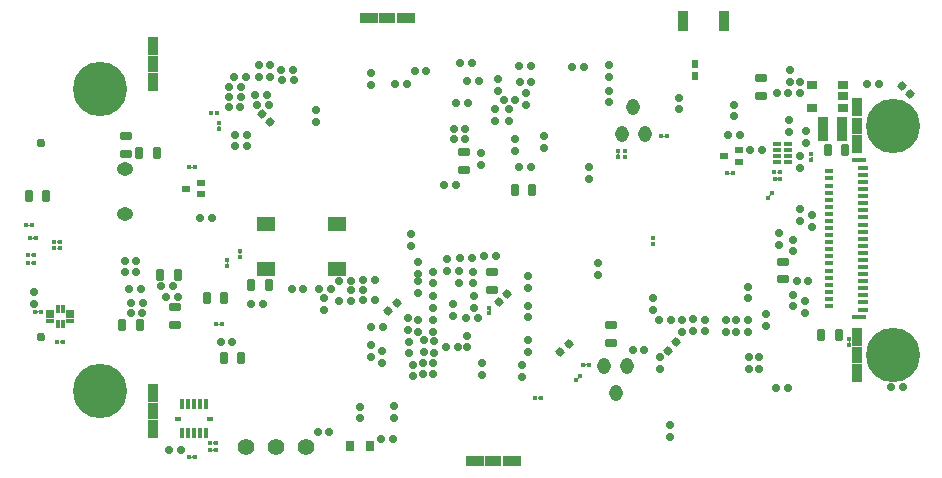
<source format=gbs>
G04*
G04 #@! TF.GenerationSoftware,Altium Limited,Altium Designer,22.2.1 (43)*
G04*
G04 Layer_Color=16711935*
%FSLAX25Y25*%
%MOIN*%
G70*
G04*
G04 #@! TF.SameCoordinates,6C9F7B6B-14DB-4A3D-A1FA-6D2C2168172C*
G04*
G04*
G04 #@! TF.FilePolarity,Negative*
G04*
G01*
G75*
%ADD73C,0.00800*%
%ADD74R,0.03543X0.05906*%
%ADD75R,0.03543X0.05315*%
%ADD76R,0.05906X0.03543*%
%ADD77R,0.05315X0.03543*%
G04:AMPARAMS|DCode=78|XSize=27.56mil|YSize=23.62mil|CornerRadius=5.91mil|HoleSize=0mil|Usage=FLASHONLY|Rotation=0.000|XOffset=0mil|YOffset=0mil|HoleType=Round|Shape=RoundedRectangle|*
%AMROUNDEDRECTD78*
21,1,0.02756,0.01181,0,0,0.0*
21,1,0.01575,0.02362,0,0,0.0*
1,1,0.01181,0.00787,-0.00591*
1,1,0.01181,-0.00787,-0.00591*
1,1,0.01181,-0.00787,0.00591*
1,1,0.01181,0.00787,0.00591*
%
%ADD78ROUNDEDRECTD78*%
G04:AMPARAMS|DCode=81|XSize=27.56mil|YSize=23.62mil|CornerRadius=5.91mil|HoleSize=0mil|Usage=FLASHONLY|Rotation=90.000|XOffset=0mil|YOffset=0mil|HoleType=Round|Shape=RoundedRectangle|*
%AMROUNDEDRECTD81*
21,1,0.02756,0.01181,0,0,90.0*
21,1,0.01575,0.02362,0,0,90.0*
1,1,0.01181,0.00591,0.00787*
1,1,0.01181,0.00591,-0.00787*
1,1,0.01181,-0.00591,-0.00787*
1,1,0.01181,-0.00591,0.00787*
%
%ADD81ROUNDEDRECTD81*%
G04:AMPARAMS|DCode=82|XSize=16mil|YSize=16mil|CornerRadius=4.25mil|HoleSize=0mil|Usage=FLASHONLY|Rotation=0.000|XOffset=0mil|YOffset=0mil|HoleType=Round|Shape=RoundedRectangle|*
%AMROUNDEDRECTD82*
21,1,0.01600,0.00750,0,0,0.0*
21,1,0.00750,0.01600,0,0,0.0*
1,1,0.00850,0.00375,-0.00375*
1,1,0.00850,-0.00375,-0.00375*
1,1,0.00850,-0.00375,0.00375*
1,1,0.00850,0.00375,0.00375*
%
%ADD82ROUNDEDRECTD82*%
%ADD103R,0.02362X0.02756*%
%ADD112R,0.04921X0.01575*%
%ADD113R,0.03543X0.01575*%
%ADD114R,0.02953X0.01575*%
G04:AMPARAMS|DCode=115|XSize=16mil|YSize=16mil|CornerRadius=4.25mil|HoleSize=0mil|Usage=FLASHONLY|Rotation=90.000|XOffset=0mil|YOffset=0mil|HoleType=Round|Shape=RoundedRectangle|*
%AMROUNDEDRECTD115*
21,1,0.01600,0.00750,0,0,90.0*
21,1,0.00750,0.01600,0,0,90.0*
1,1,0.00850,0.00375,0.00375*
1,1,0.00850,0.00375,-0.00375*
1,1,0.00850,-0.00375,-0.00375*
1,1,0.00850,-0.00375,0.00375*
%
%ADD115ROUNDEDRECTD115*%
G04:AMPARAMS|DCode=116|XSize=39.37mil|YSize=27.56mil|CornerRadius=6.69mil|HoleSize=0mil|Usage=FLASHONLY|Rotation=180.000|XOffset=0mil|YOffset=0mil|HoleType=Round|Shape=RoundedRectangle|*
%AMROUNDEDRECTD116*
21,1,0.03937,0.01417,0,0,180.0*
21,1,0.02598,0.02756,0,0,180.0*
1,1,0.01339,-0.01299,0.00709*
1,1,0.01339,0.01299,0.00709*
1,1,0.01339,0.01299,-0.00709*
1,1,0.01339,-0.01299,-0.00709*
%
%ADD116ROUNDEDRECTD116*%
G04:AMPARAMS|DCode=117|XSize=39.37mil|YSize=27.56mil|CornerRadius=6.69mil|HoleSize=0mil|Usage=FLASHONLY|Rotation=270.000|XOffset=0mil|YOffset=0mil|HoleType=Round|Shape=RoundedRectangle|*
%AMROUNDEDRECTD117*
21,1,0.03937,0.01417,0,0,270.0*
21,1,0.02598,0.02756,0,0,270.0*
1,1,0.01339,-0.00709,-0.01299*
1,1,0.01339,-0.00709,0.01299*
1,1,0.01339,0.00709,0.01299*
1,1,0.01339,0.00709,-0.01299*
%
%ADD117ROUNDEDRECTD117*%
G04:AMPARAMS|DCode=118|XSize=27.56mil|YSize=23.62mil|CornerRadius=5.91mil|HoleSize=0mil|Usage=FLASHONLY|Rotation=45.000|XOffset=0mil|YOffset=0mil|HoleType=Round|Shape=RoundedRectangle|*
%AMROUNDEDRECTD118*
21,1,0.02756,0.01181,0,0,45.0*
21,1,0.01575,0.02362,0,0,45.0*
1,1,0.01181,0.00974,0.00139*
1,1,0.01181,-0.00139,-0.00974*
1,1,0.01181,-0.00974,-0.00139*
1,1,0.01181,0.00139,0.00974*
%
%ADD118ROUNDEDRECTD118*%
%ADD120R,0.03740X0.08268*%
%ADD123C,0.18110*%
%ADD124C,0.05512*%
%ADD125C,0.03032*%
G04:AMPARAMS|DCode=167|XSize=27.56mil|YSize=23.62mil|CornerRadius=5.91mil|HoleSize=0mil|Usage=FLASHONLY|Rotation=315.000|XOffset=0mil|YOffset=0mil|HoleType=Round|Shape=RoundedRectangle|*
%AMROUNDEDRECTD167*
21,1,0.02756,0.01181,0,0,315.0*
21,1,0.01575,0.02362,0,0,315.0*
1,1,0.01181,0.00139,-0.00974*
1,1,0.01181,-0.00974,0.00139*
1,1,0.01181,-0.00139,0.00974*
1,1,0.01181,0.00974,-0.00139*
%
%ADD167ROUNDEDRECTD167*%
%ADD168O,0.04394X0.05394*%
%ADD169R,0.02756X0.02363*%
G04:AMPARAMS|DCode=170|XSize=16mil|YSize=16mil|CornerRadius=4.25mil|HoleSize=0mil|Usage=FLASHONLY|Rotation=225.000|XOffset=0mil|YOffset=0mil|HoleType=Round|Shape=RoundedRectangle|*
%AMROUNDEDRECTD170*
21,1,0.01600,0.00750,0,0,225.0*
21,1,0.00750,0.01600,0,0,225.0*
1,1,0.00850,-0.00530,0.00000*
1,1,0.00850,0.00000,0.00530*
1,1,0.00850,0.00530,0.00000*
1,1,0.00850,0.00000,-0.00530*
%
%ADD170ROUNDEDRECTD170*%
%ADD171R,0.02618X0.01181*%
%ADD172R,0.01378X0.03642*%
%ADD173R,0.02264X0.01575*%
%ADD174R,0.06300X0.04528*%
%ADD175R,0.03544X0.02756*%
%ADD176R,0.02610X0.01260*%
%ADD177R,0.01260X0.02610*%
%ADD178R,0.01260X0.03004*%
%ADD179R,0.02756X0.03543*%
%ADD180R,0.03543X0.06693*%
%ADD181O,0.05394X0.04394*%
D73*
X78610Y50714D02*
G03*
X78610Y50714I-100J0D01*
G01*
X185051Y26299D02*
G03*
X185051Y26299I-100J0D01*
G01*
X226960Y113380D02*
G03*
X226960Y113380I-100J0D01*
G01*
X69520Y103080D02*
G03*
X69520Y103080I-100J0D01*
G01*
X211600Y107580D02*
G03*
X211600Y107580I-100J0D01*
G01*
X198400Y32780D02*
G03*
X198400Y32780I-100J0D01*
G01*
X200880Y37220D02*
G03*
X200880Y37220I-100J0D01*
G01*
X276073Y106381D02*
G03*
X276073Y106381I-100J0D01*
G01*
X248980Y101040D02*
G03*
X248980Y101040I-100J0D01*
G01*
X15218Y83788D02*
G03*
X15218Y83788I-100J0D01*
G01*
X15966Y73898D02*
G03*
X15966Y73898I-100J0D01*
G01*
X16196Y71339D02*
G03*
X16196Y71339I-100J0D01*
G01*
X24836Y76041D02*
G03*
X24836Y76041I-100J0D01*
G01*
X16635Y79488D02*
G03*
X16635Y79488I-100J0D01*
G01*
X24757Y78246D02*
G03*
X24757Y78246I-100J0D01*
G01*
X69620Y6580D02*
G03*
X69620Y6580I-100J0D01*
G01*
X76700Y8715D02*
G03*
X76700Y8715I-100J0D01*
G01*
Y11080D02*
G03*
X76700Y11080I-100J0D01*
G01*
X168802Y55297D02*
G03*
X168802Y55297I-100J0D01*
G01*
X288643Y44921D02*
G03*
X288643Y44921I-100J0D01*
G01*
X25809Y44961D02*
G03*
X25809Y44961I-100J0D01*
G01*
X262305Y93740D02*
G03*
X262305Y93740I-100J0D01*
G01*
X18132Y54961D02*
G03*
X18132Y54961I-100J0D01*
G01*
X78565Y116783D02*
G03*
X78565Y116783I-100J0D01*
G01*
X264869Y99213D02*
G03*
X264869Y99213I-100J0D01*
G01*
X264864Y101378D02*
G03*
X264864Y101378I-100J0D01*
G01*
X85614Y74410D02*
G03*
X85614Y74410I-100J0D01*
G01*
X81399Y71339D02*
G03*
X81399Y71339I-100J0D01*
G01*
D74*
X56520Y131378D02*
D03*
Y143622D02*
D03*
X56520Y15764D02*
D03*
Y28008D02*
D03*
X291339Y34429D02*
D03*
Y46673D02*
D03*
Y110807D02*
D03*
Y123051D02*
D03*
D75*
X56520Y137500D02*
D03*
X56520Y21886D02*
D03*
X291339Y40551D02*
D03*
Y116929D02*
D03*
D76*
X176161Y5098D02*
D03*
X163917D02*
D03*
X140740Y152980D02*
D03*
X128496D02*
D03*
D77*
X170039Y5098D02*
D03*
X134618Y152980D02*
D03*
D78*
X150001Y52106D02*
D03*
Y48169D02*
D03*
X260975Y54213D02*
D03*
X255050Y39732D02*
D03*
X258672Y39771D02*
D03*
X223110Y55471D02*
D03*
X181575Y45415D02*
D03*
X268448Y114764D02*
D03*
Y118701D02*
D03*
X272355Y102906D02*
D03*
Y106843D02*
D03*
X181391Y56966D02*
D03*
X204820Y67301D02*
D03*
X247389Y48307D02*
D03*
X240669Y48386D02*
D03*
X236693Y48465D02*
D03*
X255039Y48346D02*
D03*
X250995Y48307D02*
D03*
X225590Y39724D02*
D03*
Y35787D02*
D03*
X265158Y77284D02*
D03*
Y81221D02*
D03*
X273727Y54616D02*
D03*
Y58553D02*
D03*
X254894Y63307D02*
D03*
Y59370D02*
D03*
X270000Y75079D02*
D03*
Y79016D02*
D03*
X181575Y41478D02*
D03*
X161334Y43027D02*
D03*
Y46964D02*
D03*
X250276Y123976D02*
D03*
Y120039D02*
D03*
X272173Y85203D02*
D03*
Y89140D02*
D03*
X276299Y83234D02*
D03*
Y87171D02*
D03*
X113591Y59434D02*
D03*
Y55497D02*
D03*
X125601Y23336D02*
D03*
Y19399D02*
D03*
X129241Y43747D02*
D03*
Y39810D02*
D03*
X132791Y41766D02*
D03*
Y37829D02*
D03*
X136991Y23436D02*
D03*
Y19499D02*
D03*
X141496Y52715D02*
D03*
Y48778D02*
D03*
X141732Y44998D02*
D03*
Y41061D02*
D03*
X16772Y57559D02*
D03*
Y61496D02*
D03*
X142491Y76819D02*
D03*
Y80756D02*
D03*
X110991Y122266D02*
D03*
Y118329D02*
D03*
X91746Y133118D02*
D03*
Y137055D02*
D03*
X129291Y130529D02*
D03*
Y134466D02*
D03*
X95591Y133129D02*
D03*
Y137066D02*
D03*
X149960Y37966D02*
D03*
Y34029D02*
D03*
X150303Y45266D02*
D03*
Y41329D02*
D03*
X143282Y37324D02*
D03*
Y33387D02*
D03*
X146491Y34029D02*
D03*
Y37966D02*
D03*
X146903Y45370D02*
D03*
Y41433D02*
D03*
X145003Y52062D02*
D03*
Y48125D02*
D03*
X144755Y61141D02*
D03*
Y65078D02*
D03*
X149900Y64419D02*
D03*
Y68356D02*
D03*
X149907Y60209D02*
D03*
Y56272D02*
D03*
X144791Y71466D02*
D03*
Y67529D02*
D03*
X156680Y53476D02*
D03*
Y57413D02*
D03*
X154449Y72557D02*
D03*
Y68620D02*
D03*
X179507Y37060D02*
D03*
Y33123D02*
D03*
X166360Y37900D02*
D03*
Y33963D02*
D03*
X228976Y13240D02*
D03*
Y17177D02*
D03*
X236693Y52402D02*
D03*
X232716Y52284D02*
D03*
Y48346D02*
D03*
X181391Y53029D02*
D03*
X240669Y52323D02*
D03*
X247389Y52244D02*
D03*
X260975Y50276D02*
D03*
X250995Y52244D02*
D03*
X255039Y52284D02*
D03*
X255050Y35795D02*
D03*
X158531Y68416D02*
D03*
Y64479D02*
D03*
X165931Y107716D02*
D03*
Y103779D02*
D03*
X170603Y122370D02*
D03*
Y118433D02*
D03*
X175349Y122439D02*
D03*
Y118501D02*
D03*
X171550Y128582D02*
D03*
Y132518D02*
D03*
X177111Y112492D02*
D03*
Y108555D02*
D03*
X181011Y123855D02*
D03*
Y127792D02*
D03*
X201903Y103270D02*
D03*
Y99333D02*
D03*
X186903Y113466D02*
D03*
Y109529D02*
D03*
X208403Y124725D02*
D03*
Y128662D02*
D03*
X269951Y60682D02*
D03*
Y56745D02*
D03*
X268837Y135385D02*
D03*
Y131448D02*
D03*
X231850Y122362D02*
D03*
Y126299D02*
D03*
X208403Y137270D02*
D03*
Y133333D02*
D03*
X272165Y127717D02*
D03*
Y131653D02*
D03*
X274174Y111134D02*
D03*
Y115071D02*
D03*
X163231Y68316D02*
D03*
Y64379D02*
D03*
X163431Y60116D02*
D03*
Y56179D02*
D03*
X181403Y62925D02*
D03*
Y66862D02*
D03*
X223110Y59407D02*
D03*
X258672Y35834D02*
D03*
X204820Y71238D02*
D03*
D81*
X94459Y127297D02*
D03*
X90522D02*
D03*
X225276Y52323D02*
D03*
X302552Y29740D02*
D03*
X306488D02*
D03*
X61992Y8760D02*
D03*
X65929D02*
D03*
X259629Y108800D02*
D03*
X255692D02*
D03*
X271102Y65116D02*
D03*
X82992Y44826D02*
D03*
X79055D02*
D03*
X220315Y42165D02*
D03*
X216378D02*
D03*
X252150Y113820D02*
D03*
X248213D02*
D03*
X93268Y57480D02*
D03*
X89331D02*
D03*
X76260Y86221D02*
D03*
X72323D02*
D03*
X53307Y57992D02*
D03*
X49370D02*
D03*
X49092Y54580D02*
D03*
X53029D02*
D03*
X59324Y63472D02*
D03*
X63261D02*
D03*
X51024Y68347D02*
D03*
X47087D02*
D03*
X52480Y62598D02*
D03*
X48543D02*
D03*
X60905Y59921D02*
D03*
X64842D02*
D03*
X115959Y62497D02*
D03*
X112022D02*
D03*
X102722D02*
D03*
X106659D02*
D03*
X51024Y71750D02*
D03*
X47087D02*
D03*
X115315Y14724D02*
D03*
X111378D02*
D03*
X136609Y12637D02*
D03*
X132672D02*
D03*
X133259Y49797D02*
D03*
X129322D02*
D03*
X122436Y58371D02*
D03*
X118499D02*
D03*
X118654Y65329D02*
D03*
X122591D02*
D03*
X126423Y62164D02*
D03*
X122486D02*
D03*
X126465Y65523D02*
D03*
X130402D02*
D03*
X126480Y58853D02*
D03*
X130418D02*
D03*
X87822Y110197D02*
D03*
X83885D02*
D03*
X87822Y113697D02*
D03*
X83885D02*
D03*
X85659Y123331D02*
D03*
X81722D02*
D03*
X91222Y123997D02*
D03*
X95159D02*
D03*
X85759Y126664D02*
D03*
X81822D02*
D03*
X85759Y129897D02*
D03*
X81822D02*
D03*
X87559Y133197D02*
D03*
X83622D02*
D03*
X141176Y130997D02*
D03*
X137239D02*
D03*
X103447Y132126D02*
D03*
X99510D02*
D03*
X103247Y135526D02*
D03*
X99310D02*
D03*
X158189Y43268D02*
D03*
X154252D02*
D03*
X161022Y52797D02*
D03*
X164959D02*
D03*
X268150Y29685D02*
D03*
X264213D02*
D03*
X162776Y72997D02*
D03*
X158839D02*
D03*
X157429Y97220D02*
D03*
X153491D02*
D03*
X160676Y112497D02*
D03*
X156739D02*
D03*
X160676Y115997D02*
D03*
X156739D02*
D03*
X178643Y103223D02*
D03*
X182580D02*
D03*
X157631Y124497D02*
D03*
X161568D02*
D03*
X161131Y131997D02*
D03*
X165068D02*
D03*
X143735Y135097D02*
D03*
X147672D02*
D03*
X162942Y137997D02*
D03*
X159005D02*
D03*
X177376Y125597D02*
D03*
X173439D02*
D03*
X178659Y137023D02*
D03*
X182596D02*
D03*
X182680Y131623D02*
D03*
X178743D02*
D03*
X268354Y127815D02*
D03*
X264417D02*
D03*
X196131Y136497D02*
D03*
X200068D02*
D03*
X294449Y130827D02*
D03*
X298386D02*
D03*
X166831Y73497D02*
D03*
X170768D02*
D03*
X229213Y52323D02*
D03*
X275039Y65116D02*
D03*
D82*
X79568Y50714D02*
D03*
X77574D02*
D03*
X185887Y26299D02*
D03*
X183893D02*
D03*
X225802Y113380D02*
D03*
X227796D02*
D03*
X70478Y103080D02*
D03*
X68484D02*
D03*
X199844Y37220D02*
D03*
X201838D02*
D03*
X249938Y101040D02*
D03*
X247944D02*
D03*
X16176Y83788D02*
D03*
X14182D02*
D03*
X14808Y73898D02*
D03*
X16802D02*
D03*
X15038Y71339D02*
D03*
X17031D02*
D03*
X23678Y76041D02*
D03*
X25671D02*
D03*
X15477Y79488D02*
D03*
X17471D02*
D03*
X23599Y78246D02*
D03*
X25592D02*
D03*
X68584Y6580D02*
D03*
X70578D02*
D03*
X77536Y8715D02*
D03*
X75542D02*
D03*
X77536Y11080D02*
D03*
X75542D02*
D03*
X24651Y44961D02*
D03*
X26644D02*
D03*
X17096Y54961D02*
D03*
X19089D02*
D03*
X77777Y121337D02*
D03*
X75784D02*
D03*
X265705Y99213D02*
D03*
X263712D02*
D03*
X265700Y101378D02*
D03*
X263706D02*
D03*
D103*
X237060Y137389D02*
D03*
Y133451D02*
D03*
D112*
X291772Y53116D02*
D03*
Y105478D02*
D03*
D113*
X293252Y55675D02*
D03*
Y62762D02*
D03*
Y60400D02*
D03*
Y58038D02*
D03*
X293250Y79297D02*
D03*
Y95833D02*
D03*
Y102919D02*
D03*
Y65124D02*
D03*
Y69849D02*
D03*
Y67486D02*
D03*
Y76935D02*
D03*
Y74573D02*
D03*
Y72211D02*
D03*
Y86384D02*
D03*
Y84022D02*
D03*
Y81660D02*
D03*
Y93471D02*
D03*
Y91108D02*
D03*
Y88746D02*
D03*
Y100557D02*
D03*
Y98195D02*
D03*
D114*
X281929Y63943D02*
D03*
Y59219D02*
D03*
Y61581D02*
D03*
Y56856D02*
D03*
X281931Y71030D02*
D03*
Y94652D02*
D03*
Y87565D02*
D03*
Y68668D02*
D03*
Y66306D02*
D03*
Y75754D02*
D03*
Y73392D02*
D03*
Y78116D02*
D03*
Y80478D02*
D03*
Y85203D02*
D03*
Y82840D02*
D03*
Y92289D02*
D03*
Y89927D02*
D03*
Y99376D02*
D03*
Y97014D02*
D03*
Y101738D02*
D03*
D115*
X223261Y77602D02*
D03*
Y79595D02*
D03*
X211500Y108516D02*
D03*
Y106522D02*
D03*
X214041Y108516D02*
D03*
Y106522D02*
D03*
X275973Y107439D02*
D03*
Y105445D02*
D03*
X168702Y56355D02*
D03*
Y54361D02*
D03*
X288543Y45979D02*
D03*
Y43986D02*
D03*
X78465Y115847D02*
D03*
Y117841D02*
D03*
X85514Y75345D02*
D03*
Y73352D02*
D03*
X81299Y72274D02*
D03*
Y70281D02*
D03*
D116*
X209275Y50400D02*
D03*
X63882Y50566D02*
D03*
Y56471D02*
D03*
X47480Y113543D02*
D03*
Y107638D02*
D03*
X160250Y102225D02*
D03*
Y108130D02*
D03*
X266496Y65715D02*
D03*
Y71621D02*
D03*
X259291Y126890D02*
D03*
Y132795D02*
D03*
X169511Y62174D02*
D03*
Y68080D02*
D03*
X209275Y44495D02*
D03*
D117*
X21024Y93504D02*
D03*
X15118D02*
D03*
X279370Y47087D02*
D03*
X285276D02*
D03*
X64772Y67226D02*
D03*
X58867D02*
D03*
X74410Y59567D02*
D03*
X80315D02*
D03*
X95276Y63819D02*
D03*
X89370D02*
D03*
X57795Y107992D02*
D03*
X51890D02*
D03*
X86024Y39646D02*
D03*
X80118D02*
D03*
X46187Y50500D02*
D03*
X52093D02*
D03*
X182964Y95623D02*
D03*
X177058D02*
D03*
X281407Y109000D02*
D03*
X287313D02*
D03*
D118*
X95540Y118066D02*
D03*
X92757Y120850D02*
D03*
X306088Y130252D02*
D03*
X308872Y127468D02*
D03*
D120*
X286282Y115928D02*
D03*
X279786D02*
D03*
D123*
X303150Y116929D02*
D03*
Y40551D02*
D03*
X38858Y28425D02*
D03*
Y129055D02*
D03*
D124*
X107491Y9766D02*
D03*
X87486D02*
D03*
X97491D02*
D03*
D125*
X19291Y46597D02*
D03*
Y111164D02*
D03*
D167*
X137750Y57888D02*
D03*
X134966Y55104D02*
D03*
X230880Y44738D02*
D03*
X195082Y44146D02*
D03*
X192299Y41362D02*
D03*
X228096Y41954D02*
D03*
X171879Y58085D02*
D03*
X174662Y60869D02*
D03*
D168*
X210760Y27760D02*
D03*
X214510Y36760D02*
D03*
X207010D02*
D03*
X216640Y123220D02*
D03*
X212890Y114220D02*
D03*
X220390D02*
D03*
D169*
X72579Y94051D02*
D03*
X67461Y96020D02*
D03*
X72579Y97989D02*
D03*
X246761Y106880D02*
D03*
X251879Y108849D02*
D03*
Y104911D02*
D03*
D170*
X198962Y33442D02*
D03*
X197552Y32032D02*
D03*
X261457Y92992D02*
D03*
X262866Y94402D02*
D03*
D171*
X264590Y106816D02*
D03*
Y108784D02*
D03*
Y110753D02*
D03*
Y104847D02*
D03*
X268330Y110753D02*
D03*
Y104847D02*
D03*
Y106816D02*
D03*
Y108784D02*
D03*
D172*
X66344Y14445D02*
D03*
X68312D02*
D03*
X72250D02*
D03*
X74218D02*
D03*
X68312Y24209D02*
D03*
X70281D02*
D03*
X74218D02*
D03*
X70281Y14445D02*
D03*
X66344Y24209D02*
D03*
X72250D02*
D03*
D173*
X64965Y19327D02*
D03*
X75596D02*
D03*
D174*
X117714Y69315D02*
D03*
X94092D02*
D03*
Y84079D02*
D03*
X117714D02*
D03*
D175*
X286455Y126718D02*
D03*
X276219Y122978D02*
D03*
X286455D02*
D03*
X276219Y130458D02*
D03*
X286455D02*
D03*
D176*
X22264Y54961D02*
D03*
Y53386D02*
D03*
Y51811D02*
D03*
X28917Y53386D02*
D03*
Y54961D02*
D03*
Y51811D02*
D03*
D177*
X26378Y55925D02*
D03*
X26378Y50846D02*
D03*
X24803D02*
D03*
D178*
Y55728D02*
D03*
D179*
X122184Y10297D02*
D03*
X128877D02*
D03*
D180*
X246754Y151894D02*
D03*
X233368D02*
D03*
D181*
X47047Y102630D02*
D03*
Y87528D02*
D03*
M02*

</source>
